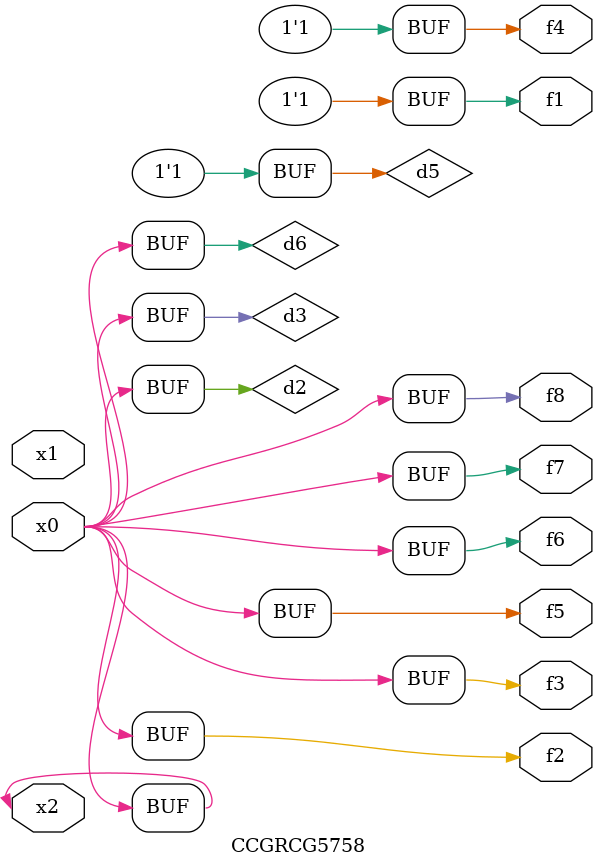
<source format=v>
module CCGRCG5758(
	input x0, x1, x2,
	output f1, f2, f3, f4, f5, f6, f7, f8
);

	wire d1, d2, d3, d4, d5, d6;

	xnor (d1, x2);
	buf (d2, x0, x2);
	and (d3, x0);
	xnor (d4, x1, x2);
	nand (d5, d1, d3);
	buf (d6, d2, d3);
	assign f1 = d5;
	assign f2 = d6;
	assign f3 = d6;
	assign f4 = d5;
	assign f5 = d6;
	assign f6 = d6;
	assign f7 = d6;
	assign f8 = d6;
endmodule

</source>
